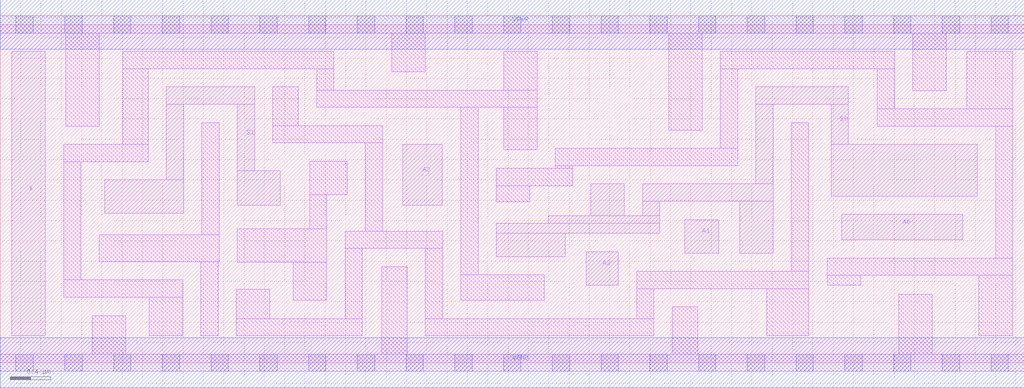
<source format=lef>
# Copyright 2020 The SkyWater PDK Authors
#
# Licensed under the Apache License, Version 2.0 (the "License");
# you may not use this file except in compliance with the License.
# You may obtain a copy of the License at
#
#     https://www.apache.org/licenses/LICENSE-2.0
#
# Unless required by applicable law or agreed to in writing, software
# distributed under the License is distributed on an "AS IS" BASIS,
# WITHOUT WARRANTIES OR CONDITIONS OF ANY KIND, either express or implied.
# See the License for the specific language governing permissions and
# limitations under the License.
#
# SPDX-License-Identifier: Apache-2.0

VERSION 5.7 ;
  NAMESCASESENSITIVE ON ;
  NOWIREEXTENSIONATPIN ON ;
  DIVIDERCHAR "/" ;
  BUSBITCHARS "[]" ;
UNITS
  DATABASE MICRONS 200 ;
END UNITS
MACRO sky130_fd_sc_lp__mux4_lp
  CLASS CORE ;
  SOURCE USER ;
  FOREIGN sky130_fd_sc_lp__mux4_lp ;
  ORIGIN  0.000000  0.000000 ;
  SIZE  10.08000 BY  3.330000 ;
  SYMMETRY X Y R90 ;
  SITE unit ;
  PIN A0
    ANTENNAGATEAREA  0.313000 ;
    DIRECTION INPUT ;
    USE SIGNAL ;
    PORT
      LAYER li1 ;
        RECT 8.285000 1.210000 9.475000 1.460000 ;
    END
  END A0
  PIN A1
    ANTENNAGATEAREA  0.313000 ;
    DIRECTION INPUT ;
    USE SIGNAL ;
    PORT
      LAYER li1 ;
        RECT 6.740000 1.080000 7.075000 1.410000 ;
    END
  END A1
  PIN A2
    ANTENNAGATEAREA  0.313000 ;
    DIRECTION INPUT ;
    USE SIGNAL ;
    PORT
      LAYER li1 ;
        RECT 5.770000 0.765000 6.085000 1.095000 ;
    END
  END A2
  PIN A3
    ANTENNAGATEAREA  0.313000 ;
    DIRECTION INPUT ;
    USE SIGNAL ;
    PORT
      LAYER li1 ;
        RECT 3.965000 1.550000 4.350000 2.150000 ;
    END
  END A3
  PIN S0
    ANTENNAGATEAREA  1.002000 ;
    DIRECTION INPUT ;
    USE SIGNAL ;
    PORT
      LAYER li1 ;
        RECT 4.885000 1.045000 5.565000 1.275000 ;
        RECT 4.885000 1.275000 6.495000 1.375000 ;
        RECT 5.395000 1.375000 6.495000 1.445000 ;
        RECT 5.815000 1.445000 6.145000 1.760000 ;
        RECT 6.325000 1.445000 6.495000 1.590000 ;
        RECT 6.325000 1.590000 7.610000 1.760000 ;
        RECT 7.280000 1.080000 7.610000 1.590000 ;
        RECT 7.440000 1.760000 7.610000 2.545000 ;
        RECT 7.440000 2.545000 8.350000 2.715000 ;
        RECT 8.180000 1.640000 9.620000 2.150000 ;
        RECT 8.180000 2.150000 8.350000 2.545000 ;
    END
  END S0
  PIN S1
    ANTENNAGATEAREA  0.689000 ;
    DIRECTION INPUT ;
    USE SIGNAL ;
    PORT
      LAYER li1 ;
        RECT 1.030000 1.470000 1.805000 1.800000 ;
        RECT 1.635000 1.800000 1.805000 2.545000 ;
        RECT 1.635000 2.545000 2.505000 2.715000 ;
        RECT 2.335000 1.550000 2.755000 1.890000 ;
        RECT 2.335000 1.890000 2.505000 2.545000 ;
    END
  END S1
  PIN X
    ANTENNADIFFAREA  0.404700 ;
    DIRECTION OUTPUT ;
    USE SIGNAL ;
    PORT
      LAYER li1 ;
        RECT 0.115000 0.265000 0.445000 3.065000 ;
    END
  END X
  PIN VGND
    DIRECTION INOUT ;
    USE GROUND ;
    PORT
      LAYER met1 ;
        RECT 0.000000 -0.245000 10.080000 0.245000 ;
    END
  END VGND
  PIN VPWR
    DIRECTION INOUT ;
    USE POWER ;
    PORT
      LAYER met1 ;
        RECT 0.000000 3.085000 10.080000 3.575000 ;
    END
  END VPWR
  OBS
    LAYER li1 ;
      RECT 0.000000 -0.085000 10.080000 0.085000 ;
      RECT 0.000000  3.245000 10.080000 3.415000 ;
      RECT 0.625000  0.645000  1.795000 0.815000 ;
      RECT 0.625000  0.815000  0.795000 1.980000 ;
      RECT 0.625000  1.980000  1.455000 2.150000 ;
      RECT 0.645000  2.330000  0.975000 3.245000 ;
      RECT 0.905000  0.085000  1.235000 0.465000 ;
      RECT 0.975000  0.995000  2.155000 1.260000 ;
      RECT 1.205000  2.150000  1.455000 2.895000 ;
      RECT 1.205000  2.895000  3.285000 3.065000 ;
      RECT 1.465000  0.265000  1.795000 0.645000 ;
      RECT 1.975000  0.265000  2.145000 0.995000 ;
      RECT 1.985000  1.260000  2.155000 2.365000 ;
      RECT 2.325000  0.265000  3.565000 0.435000 ;
      RECT 2.325000  0.435000  2.655000 0.725000 ;
      RECT 2.335000  0.990000  3.215000 1.320000 ;
      RECT 2.685000  2.165000  3.765000 2.335000 ;
      RECT 2.685000  2.335000  2.935000 2.715000 ;
      RECT 2.885000  0.615000  3.215000 0.990000 ;
      RECT 3.045000  1.320000  3.215000 1.655000 ;
      RECT 3.045000  1.655000  3.415000 1.985000 ;
      RECT 3.115000  2.515000  5.285000 2.685000 ;
      RECT 3.115000  2.685000  3.285000 2.895000 ;
      RECT 3.395000  0.435000  3.565000 1.125000 ;
      RECT 3.395000  1.125000  4.355000 1.295000 ;
      RECT 3.595000  1.295000  3.765000 2.165000 ;
      RECT 3.755000  0.085000  4.005000 0.945000 ;
      RECT 3.855000  2.865000  4.185000 3.245000 ;
      RECT 4.185000  0.265000  6.435000 0.435000 ;
      RECT 4.185000  0.435000  4.355000 1.125000 ;
      RECT 4.535000  0.615000  5.355000 0.865000 ;
      RECT 4.535000  0.865000  4.705000 2.515000 ;
      RECT 4.885000  1.585000  5.215000 1.745000 ;
      RECT 4.885000  1.745000  5.635000 1.915000 ;
      RECT 4.955000  2.095000  5.285000 2.515000 ;
      RECT 4.955000  2.685000  5.285000 3.065000 ;
      RECT 5.465000  1.915000  5.635000 1.940000 ;
      RECT 5.465000  1.940000  7.260000 2.110000 ;
      RECT 6.265000  0.435000  6.435000 0.730000 ;
      RECT 6.265000  0.730000  7.960000 0.900000 ;
      RECT 6.580000  2.290000  6.910000 3.245000 ;
      RECT 6.615000  0.085000  6.865000 0.550000 ;
      RECT 7.090000  2.110000  7.260000 2.895000 ;
      RECT 7.090000  2.895000  8.805000 3.065000 ;
      RECT 7.545000  0.265000  7.960000 0.730000 ;
      RECT 7.790000  0.900000  7.960000 2.365000 ;
      RECT 8.140000  0.765000  8.470000 0.860000 ;
      RECT 8.140000  0.860000  9.970000 1.030000 ;
      RECT 8.635000  2.330000  9.970000 2.500000 ;
      RECT 8.635000  2.500000  8.805000 2.895000 ;
      RECT 8.845000  0.085000  9.175000 0.675000 ;
      RECT 8.985000  2.680000  9.315000 3.245000 ;
      RECT 9.515000  2.500000  9.970000 3.065000 ;
      RECT 9.635000  0.265000  9.970000 0.860000 ;
      RECT 9.800000  1.030000  9.970000 2.330000 ;
    LAYER mcon ;
      RECT 0.155000 -0.085000 0.325000 0.085000 ;
      RECT 0.155000  3.245000 0.325000 3.415000 ;
      RECT 0.635000 -0.085000 0.805000 0.085000 ;
      RECT 0.635000  3.245000 0.805000 3.415000 ;
      RECT 1.115000 -0.085000 1.285000 0.085000 ;
      RECT 1.115000  3.245000 1.285000 3.415000 ;
      RECT 1.595000 -0.085000 1.765000 0.085000 ;
      RECT 1.595000  3.245000 1.765000 3.415000 ;
      RECT 2.075000 -0.085000 2.245000 0.085000 ;
      RECT 2.075000  3.245000 2.245000 3.415000 ;
      RECT 2.555000 -0.085000 2.725000 0.085000 ;
      RECT 2.555000  3.245000 2.725000 3.415000 ;
      RECT 3.035000 -0.085000 3.205000 0.085000 ;
      RECT 3.035000  3.245000 3.205000 3.415000 ;
      RECT 3.515000 -0.085000 3.685000 0.085000 ;
      RECT 3.515000  3.245000 3.685000 3.415000 ;
      RECT 3.995000 -0.085000 4.165000 0.085000 ;
      RECT 3.995000  3.245000 4.165000 3.415000 ;
      RECT 4.475000 -0.085000 4.645000 0.085000 ;
      RECT 4.475000  3.245000 4.645000 3.415000 ;
      RECT 4.955000 -0.085000 5.125000 0.085000 ;
      RECT 4.955000  3.245000 5.125000 3.415000 ;
      RECT 5.435000 -0.085000 5.605000 0.085000 ;
      RECT 5.435000  3.245000 5.605000 3.415000 ;
      RECT 5.915000 -0.085000 6.085000 0.085000 ;
      RECT 5.915000  3.245000 6.085000 3.415000 ;
      RECT 6.395000 -0.085000 6.565000 0.085000 ;
      RECT 6.395000  3.245000 6.565000 3.415000 ;
      RECT 6.875000 -0.085000 7.045000 0.085000 ;
      RECT 6.875000  3.245000 7.045000 3.415000 ;
      RECT 7.355000 -0.085000 7.525000 0.085000 ;
      RECT 7.355000  3.245000 7.525000 3.415000 ;
      RECT 7.835000 -0.085000 8.005000 0.085000 ;
      RECT 7.835000  3.245000 8.005000 3.415000 ;
      RECT 8.315000 -0.085000 8.485000 0.085000 ;
      RECT 8.315000  3.245000 8.485000 3.415000 ;
      RECT 8.795000 -0.085000 8.965000 0.085000 ;
      RECT 8.795000  3.245000 8.965000 3.415000 ;
      RECT 9.275000 -0.085000 9.445000 0.085000 ;
      RECT 9.275000  3.245000 9.445000 3.415000 ;
      RECT 9.755000 -0.085000 9.925000 0.085000 ;
      RECT 9.755000  3.245000 9.925000 3.415000 ;
  END
END sky130_fd_sc_lp__mux4_lp

</source>
